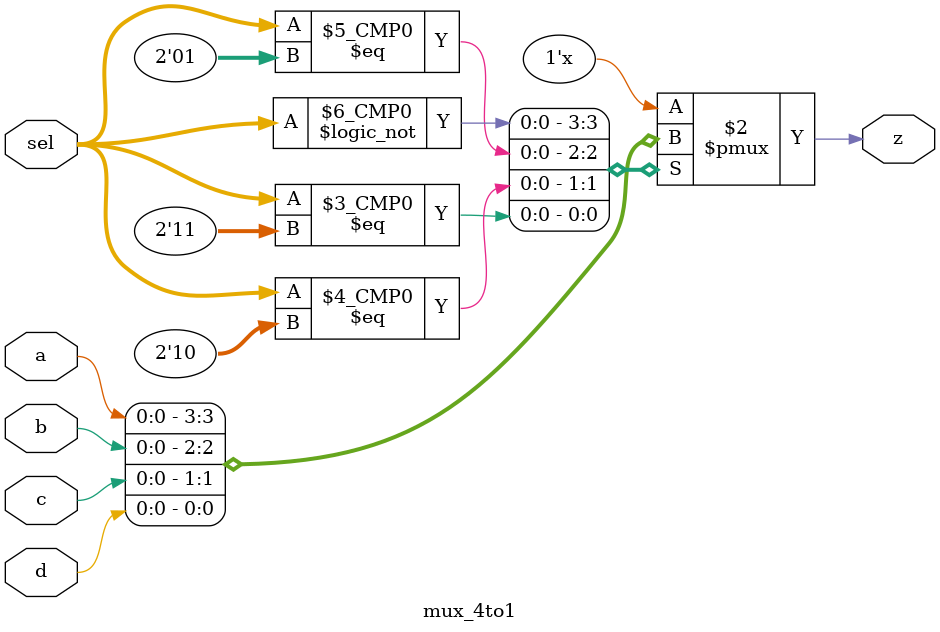
<source format=v>

/***************************************************
Student Name:Yu_Ho Chang
Student ID:0716046
***************************************************/
module mux_4to1(
    input [2-1:0]sel,
	 input a,
    input b,
    input c,
    input d,
    output reg z
    );

   always @ (*) begin
      case (sel)
         2'b00 : z = a;
         2'b01 : z = b;
         2'b10 : z = c;
         2'b11 : z = d;
      endcase
   end

endmodule

</source>
